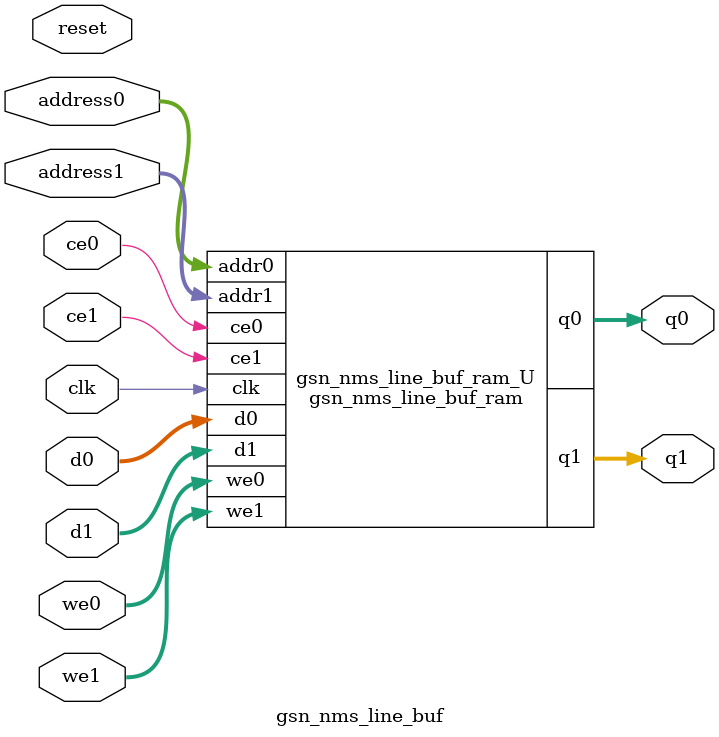
<source format=v>
`timescale 1 ns / 1 ps
module gsn_nms_line_buf_ram (addr0, ce0, d0, we0, q0, addr1, ce1, d1, we1, q1,  clk);

parameter DWIDTH = 48;
parameter AWIDTH = 9;
parameter MEM_SIZE = 512;
parameter COL_WIDTH = 8;
parameter NUM_COL = (DWIDTH/COL_WIDTH);

input[AWIDTH-1:0] addr0;
input ce0;
input[DWIDTH-1:0] d0;
input [NUM_COL-1:0] we0;
output reg[DWIDTH-1:0] q0;
input[AWIDTH-1:0] addr1;
input ce1;
input[DWIDTH-1:0] d1;
input [NUM_COL-1:0] we1;
output reg[DWIDTH-1:0] q1;
input clk;

(* ram_style = "block" *)reg [DWIDTH-1:0] ram[0:MEM_SIZE-1];



genvar i;

generate
    for (i=0;i<NUM_COL;i=i+1) begin
        always @(posedge clk) begin
            if (ce0) begin
                if (we0[i]) begin
                    ram[addr0][i*COL_WIDTH +: COL_WIDTH] <= d0[i*COL_WIDTH +: COL_WIDTH]; 
                end
                q0[i*COL_WIDTH +: COL_WIDTH] <= ram[addr0][i*COL_WIDTH +: COL_WIDTH];
            end
        end
    end
endgenerate


generate
    for (i=0;i<NUM_COL;i=i+1) begin
        always @(posedge clk) begin
            if (ce1) begin
                if (we1[i]) begin
                    ram[addr1][i*COL_WIDTH +: COL_WIDTH] <= d1[i*COL_WIDTH +: COL_WIDTH]; 
                end
                q1[i*COL_WIDTH +: COL_WIDTH] <= ram[addr1][i*COL_WIDTH +: COL_WIDTH];
            end
        end
    end
endgenerate


endmodule

`timescale 1 ns / 1 ps
module gsn_nms_line_buf(
    reset,
    clk,
    address0,
    ce0,
    we0,
    d0,
    q0,
    address1,
    ce1,
    we1,
    d1,
    q1);

parameter DataWidth = 32'd48;
parameter AddressRange = 32'd512;
parameter AddressWidth = 32'd9;
input reset;
input clk;
input[AddressWidth - 1:0] address0;
input ce0;
input[DataWidth/8 - 1:0] we0;
input[DataWidth - 1:0] d0;
output[DataWidth - 1:0] q0;
input[AddressWidth - 1:0] address1;
input ce1;
input[DataWidth/8 - 1:0] we1;
input[DataWidth - 1:0] d1;
output[DataWidth - 1:0] q1;



gsn_nms_line_buf_ram gsn_nms_line_buf_ram_U(
    .clk( clk ),
    .addr0( address0 ),
    .ce0( ce0 ),
    .we0( we0 ),
    .d0( d0 ),
    .q0( q0 ),
    .addr1( address1 ),
    .ce1( ce1 ),
    .we1( we1 ),
    .d1( d1 ),
    .q1( q1 ));

endmodule


</source>
